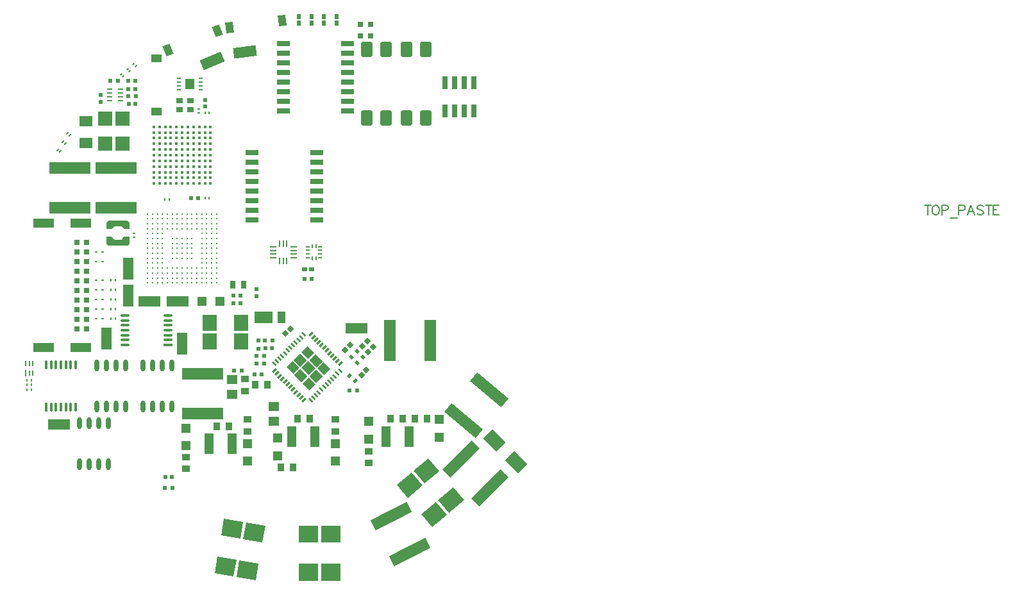
<source format=gtp>
G04*
G04 #@! TF.GenerationSoftware,Altium Limited,Altium Designer,24.1.2 (44)*
G04*
G04 Layer_Color=8421504*
%FSLAX44Y44*%
%MOMM*%
G71*
G04*
G04 #@! TF.SameCoordinates,3E41DE66-C22E-4A43-A9AF-2340ABB4EF3F*
G04*
G04*
G04 #@! TF.FilePolarity,Positive*
G04*
G01*
G75*
%ADD20C,0.1778*%
G04:AMPARAMS|DCode=21|XSize=1.11mm|YSize=1.25mm|CornerRadius=0mm|HoleSize=0mm|Usage=FLASHONLY|Rotation=45.000|XOffset=0mm|YOffset=0mm|HoleType=Round|Shape=Rectangle|*
%AMROTATEDRECTD21*
4,1,4,0.0495,-0.8344,-0.8344,0.0495,-0.0495,0.8344,0.8344,-0.0495,0.0495,-0.8344,0.0*
%
%ADD21ROTATEDRECTD21*%

G04:AMPARAMS|DCode=22|XSize=1.28mm|YSize=1.25mm|CornerRadius=0mm|HoleSize=0mm|Usage=FLASHONLY|Rotation=45.000|XOffset=0mm|YOffset=0mm|HoleType=Round|Shape=Rectangle|*
%AMROTATEDRECTD22*
4,1,4,-0.0106,-0.8945,-0.8945,-0.0106,0.0106,0.8945,0.8945,0.0106,-0.0106,-0.8945,0.0*
%
%ADD22ROTATEDRECTD22*%

G04:AMPARAMS|DCode=23|XSize=1.28mm|YSize=1.372mm|CornerRadius=0mm|HoleSize=0mm|Usage=FLASHONLY|Rotation=45.000|XOffset=0mm|YOffset=0mm|HoleType=Round|Shape=Rectangle|*
%AMROTATEDRECTD23*
4,1,4,0.0325,-0.9376,-0.9376,0.0325,-0.0325,0.9376,0.9376,-0.0325,0.0325,-0.9376,0.0*
%
%ADD23ROTATEDRECTD23*%

G04:AMPARAMS|DCode=24|XSize=1.11mm|YSize=1.372mm|CornerRadius=0mm|HoleSize=0mm|Usage=FLASHONLY|Rotation=45.000|XOffset=0mm|YOffset=0mm|HoleType=Round|Shape=Rectangle|*
%AMROTATEDRECTD24*
4,1,4,0.0926,-0.8775,-0.8775,0.0926,-0.0926,0.8775,0.8775,-0.0926,0.0926,-0.8775,0.0*
%
%ADD24ROTATEDRECTD24*%

%ADD25R,0.9000X0.8000*%
G04:AMPARAMS|DCode=26|XSize=0.6mm|YSize=0.24mm|CornerRadius=0mm|HoleSize=0mm|Usage=FLASHONLY|Rotation=225.000|XOffset=0mm|YOffset=0mm|HoleType=Round|Shape=Rectangle|*
%AMROTATEDRECTD26*
4,1,4,0.1273,0.2970,0.2970,0.1273,-0.1273,-0.2970,-0.2970,-0.1273,0.1273,0.2970,0.0*
%
%ADD26ROTATEDRECTD26*%

G04:AMPARAMS|DCode=27|XSize=0.6mm|YSize=0.24mm|CornerRadius=0mm|HoleSize=0mm|Usage=FLASHONLY|Rotation=315.000|XOffset=0mm|YOffset=0mm|HoleType=Round|Shape=Rectangle|*
%AMROTATEDRECTD27*
4,1,4,-0.2970,0.1273,-0.1273,0.2970,0.2970,-0.1273,0.1273,-0.2970,-0.2970,0.1273,0.0*
%
%ADD27ROTATEDRECTD27*%

%ADD28R,3.0000X1.4000*%
%ADD29R,1.4000X1.0000*%
%ADD30R,0.7620X0.2794*%
G04:AMPARAMS|DCode=31|XSize=2.5mm|YSize=1.7mm|CornerRadius=0mm|HoleSize=0mm|Usage=FLASHONLY|Rotation=315.000|XOffset=0mm|YOffset=0mm|HoleType=Round|Shape=Rectangle|*
%AMROTATEDRECTD31*
4,1,4,-1.4849,0.2828,-0.2828,1.4849,1.4849,-0.2828,0.2828,-1.4849,-1.4849,0.2828,0.0*
%
%ADD31ROTATEDRECTD31*%

%ADD32R,0.7400X1.6750*%
%ADD33R,1.1500X1.1500*%
%ADD34R,1.6700X0.7600*%
%ADD35R,1.0500X1.5000*%
%ADD36R,2.4000X1.5000*%
G04:AMPARAMS|DCode=37|XSize=2mm|YSize=1.5mm|CornerRadius=0.2625mm|HoleSize=0mm|Usage=FLASHONLY|Rotation=90.000|XOffset=0mm|YOffset=0mm|HoleType=Round|Shape=RoundedRectangle|*
%AMROUNDEDRECTD37*
21,1,2.0000,0.9750,0,0,90.0*
21,1,1.4750,1.5000,0,0,90.0*
1,1,0.5250,0.4875,0.7375*
1,1,0.5250,0.4875,-0.7375*
1,1,0.5250,-0.4875,-0.7375*
1,1,0.5250,-0.4875,0.7375*
%
%ADD37ROUNDEDRECTD37*%
%ADD38R,0.8000X0.8000*%
%ADD39R,0.5588X0.6000*%
%ADD40R,0.6750X0.5080*%
%ADD41R,0.5000X0.7000*%
G04:AMPARAMS|DCode=42|XSize=0.2mm|YSize=0.35mm|CornerRadius=0mm|HoleSize=0mm|Usage=FLASHONLY|Rotation=330.000|XOffset=0mm|YOffset=0mm|HoleType=Round|Shape=Rectangle|*
%AMROTATEDRECTD42*
4,1,4,-0.1741,-0.1016,0.0009,0.2016,0.1741,0.1016,-0.0009,-0.2016,-0.1741,-0.1016,0.0*
%
%ADD42ROTATEDRECTD42*%

%ADD43R,0.5000X0.5000*%
%ADD44R,0.8000X0.8000*%
%ADD45R,2.7000X1.2000*%
%ADD46R,1.5000X5.4000*%
%ADD47R,0.9500X1.0000*%
%ADD48C,0.3000*%
%ADD49C,0.3818*%
%ADD50R,1.2500X1.3500*%
%ADD51R,0.6100X0.2700*%
%ADD52R,0.2794X0.7620*%
%ADD53R,0.2794X0.8636*%
%ADD54R,1.2500X0.3500*%
%ADD55O,1.2500X0.3500*%
%ADD56R,0.8636X0.2794*%
%ADD57R,0.2794X0.4826*%
%ADD58R,0.4826X0.2794*%
%ADD59R,0.3200X0.2600*%
%ADD60R,0.6200X0.6200*%
%ADD61R,0.2600X0.3200*%
%ADD62R,0.6200X0.6200*%
%ADD63R,5.4000X1.5000*%
%ADD64R,1.7780X1.3970*%
%ADD65R,0.2500X0.3000*%
%ADD66R,0.5000X0.4750*%
%ADD67O,0.3500X1.2500*%
%ADD68R,0.3500X1.2500*%
G04:AMPARAMS|DCode=69|XSize=3mm|YSize=1.4mm|CornerRadius=0mm|HoleSize=0mm|Usage=FLASHONLY|Rotation=187.503|XOffset=0mm|YOffset=0mm|HoleType=Round|Shape=Rectangle|*
%AMROTATEDRECTD69*
4,1,4,1.3958,0.8899,1.5786,-0.4981,-1.3958,-0.8899,-1.5786,0.4981,1.3958,0.8899,0.0*
%
%ADD69ROTATEDRECTD69*%

G04:AMPARAMS|DCode=70|XSize=3mm|YSize=1.4mm|CornerRadius=0mm|HoleSize=0mm|Usage=FLASHONLY|Rotation=203.138|XOffset=0mm|YOffset=0mm|HoleType=Round|Shape=Rectangle|*
%AMROTATEDRECTD70*
4,1,4,1.1043,1.2331,1.6544,-0.0543,-1.1043,-1.2331,-1.6544,0.0543,1.1043,1.2331,0.0*
%
%ADD70ROTATEDRECTD70*%

%ADD71R,0.3600X0.2500*%
%ADD72R,1.0000X0.9500*%
G04:AMPARAMS|DCode=73|XSize=5.4mm|YSize=1.5mm|CornerRadius=0mm|HoleSize=0mm|Usage=FLASHONLY|Rotation=45.000|XOffset=0mm|YOffset=0mm|HoleType=Round|Shape=Rectangle|*
%AMROTATEDRECTD73*
4,1,4,-1.3789,-2.4395,-2.4395,-1.3789,1.3789,2.4395,2.4395,1.3789,-1.3789,-2.4395,0.0*
%
%ADD73ROTATEDRECTD73*%

%ADD74R,1.4500X1.1500*%
G04:AMPARAMS|DCode=75|XSize=5.4mm|YSize=1.5mm|CornerRadius=0mm|HoleSize=0mm|Usage=FLASHONLY|Rotation=27.000|XOffset=0mm|YOffset=0mm|HoleType=Round|Shape=Rectangle|*
%AMROTATEDRECTD75*
4,1,4,-2.0652,-1.8940,-2.7462,-0.5575,2.0652,1.8940,2.7462,0.5575,-2.0652,-1.8940,0.0*
%
%ADD75ROTATEDRECTD75*%

G04:AMPARAMS|DCode=76|XSize=5.4mm|YSize=1.5mm|CornerRadius=0mm|HoleSize=0mm|Usage=FLASHONLY|Rotation=140.000|XOffset=0mm|YOffset=0mm|HoleType=Round|Shape=Rectangle|*
%AMROTATEDRECTD76*
4,1,4,2.5504,-1.1610,1.5862,-2.3101,-2.5504,1.1610,-1.5862,2.3101,2.5504,-1.1610,0.0*
%
%ADD76ROTATEDRECTD76*%

%ADD77P,0.8768X4X360.0*%
%ADD78R,1.1500X2.7000*%
%ADD79R,0.7700X0.9800*%
G04:AMPARAMS|DCode=80|XSize=0.2mm|YSize=0.35mm|CornerRadius=0mm|HoleSize=0mm|Usage=FLASHONLY|Rotation=315.000|XOffset=0mm|YOffset=0mm|HoleType=Round|Shape=Rectangle|*
%AMROTATEDRECTD80*
4,1,4,-0.1945,-0.0530,0.0530,0.1945,0.1945,0.0530,-0.0530,-0.1945,-0.1945,-0.0530,0.0*
%
%ADD80ROTATEDRECTD80*%

G04:AMPARAMS|DCode=81|XSize=0.5mm|YSize=0.475mm|CornerRadius=0mm|HoleSize=0mm|Usage=FLASHONLY|Rotation=225.000|XOffset=0mm|YOffset=0mm|HoleType=Round|Shape=Rectangle|*
%AMROTATEDRECTD81*
4,1,4,0.0088,0.3447,0.3447,0.0088,-0.0088,-0.3447,-0.3447,-0.0088,0.0088,0.3447,0.0*
%
%ADD81ROTATEDRECTD81*%

G04:AMPARAMS|DCode=82|XSize=0.5mm|YSize=0.475mm|CornerRadius=0mm|HoleSize=0mm|Usage=FLASHONLY|Rotation=315.000|XOffset=0mm|YOffset=0mm|HoleType=Round|Shape=Rectangle|*
%AMROTATEDRECTD82*
4,1,4,-0.3447,0.0088,-0.0088,0.3447,0.3447,-0.0088,0.0088,-0.3447,-0.3447,0.0088,0.0*
%
%ADD82ROTATEDRECTD82*%

%ADD83R,0.4750X0.5000*%
%ADD84R,1.1500X1.1500*%
%ADD85R,1.4000X3.0000*%
%ADD86O,0.6000X1.5500*%
G04:AMPARAMS|DCode=87|XSize=1mm|YSize=1.4mm|CornerRadius=0mm|HoleSize=0mm|Usage=FLASHONLY|Rotation=201.507|XOffset=0mm|YOffset=0mm|HoleType=Round|Shape=Rectangle|*
%AMROTATEDRECTD87*
4,1,4,0.2086,0.8346,0.7218,-0.4680,-0.2086,-0.8346,-0.7218,0.4680,0.2086,0.8346,0.0*
%
%ADD87ROTATEDRECTD87*%

G04:AMPARAMS|DCode=88|XSize=1mm|YSize=1.4mm|CornerRadius=0mm|HoleSize=0mm|Usage=FLASHONLY|Rotation=187.055|XOffset=0mm|YOffset=0mm|HoleType=Round|Shape=Rectangle|*
%AMROTATEDRECTD88*
4,1,4,0.4102,0.7561,0.5822,-0.6333,-0.4102,-0.7561,-0.5822,0.6333,0.4102,0.7561,0.0*
%
%ADD88ROTATEDRECTD88*%

G36*
X-216992Y225392D02*
X-235587D01*
Y243943D01*
X-216992D01*
Y225392D01*
D02*
G37*
G36*
X-239397D02*
X-257992D01*
Y243943D01*
X-239397D01*
Y225392D01*
D02*
G37*
G36*
X-216992Y192942D02*
X-235587D01*
Y211493D01*
X-216992D01*
Y192942D01*
D02*
G37*
G36*
X-239397D02*
X-257992D01*
Y211493D01*
X-239397D01*
Y192942D01*
D02*
G37*
G36*
X-217179Y97751D02*
X-217179Y88901D01*
X-224179D01*
X-227329Y92701D01*
X-237529D01*
X-240679Y88901D01*
X-247679D01*
Y97751D01*
X-245129Y100301D01*
X-219729D01*
X-217179Y97751D01*
D02*
G37*
G36*
X-217179Y69851D02*
X-219729Y67301D01*
X-245129D01*
X-247679Y69851D01*
X-247679Y78701D01*
X-240679D01*
X-237529Y74901D01*
X-227329D01*
X-224109Y78701D01*
X-217179D01*
Y69851D01*
D02*
G37*
G36*
X-60128Y-45085D02*
X-78670D01*
Y-24384D01*
X-60128D01*
Y-45085D01*
D02*
G37*
G36*
X-101670D02*
X-120212D01*
Y-24384D01*
X-101670D01*
Y-45085D01*
D02*
G37*
G36*
X-60128Y-69596D02*
X-78670D01*
Y-48895D01*
X-60128D01*
Y-69596D01*
D02*
G37*
G36*
X-101670D02*
X-120212D01*
Y-48895D01*
X-101670D01*
Y-69596D01*
D02*
G37*
G36*
X192443Y-230630D02*
X172791Y-247120D01*
X158444Y-230022D01*
X178097Y-213532D01*
X192443Y-230630D01*
D02*
G37*
G36*
X169882Y-249580D02*
X150230Y-266070D01*
X135865Y-248951D01*
X155517Y-232461D01*
X169882Y-249580D01*
D02*
G37*
G36*
X224798Y-269189D02*
X205146Y-285679D01*
X190799Y-268581D01*
X210451Y-252091D01*
X224798Y-269189D01*
D02*
G37*
G36*
X202247Y-288149D02*
X182595Y-304639D01*
X168231Y-287520D01*
X187883Y-271030D01*
X202247Y-288149D01*
D02*
G37*
G36*
X-66684Y-297885D02*
X-70565Y-319892D01*
X-95829Y-315437D01*
X-91949Y-293430D01*
X-66684Y-297885D01*
D02*
G37*
G36*
X-37670Y-303014D02*
X-41546Y-324994D01*
X-66810Y-320540D01*
X-62935Y-298559D01*
X-37670Y-303014D01*
D02*
G37*
G36*
X61849Y-325076D02*
X36195D01*
Y-302756D01*
X61849D01*
Y-325076D01*
D02*
G37*
G36*
X32385Y-325090D02*
X6731D01*
Y-302743D01*
X32385D01*
Y-325090D01*
D02*
G37*
G36*
X-75426Y-347470D02*
X-79306Y-369477D01*
X-104571Y-365022D01*
X-100690Y-343015D01*
X-75426Y-347470D01*
D02*
G37*
G36*
X-46411Y-352584D02*
X-50287Y-374565D01*
X-75551Y-370110D01*
X-71676Y-348129D01*
X-46411Y-352584D01*
D02*
G37*
G36*
X61849Y-375411D02*
X36195D01*
Y-353091D01*
X61849D01*
Y-375411D01*
D02*
G37*
G36*
X32387Y-375440D02*
X6733D01*
Y-353093D01*
X32387D01*
Y-375440D01*
D02*
G37*
D20*
X837202Y120647D02*
Y107950D01*
X832970Y120647D02*
X841435D01*
X846574D02*
X845365Y120043D01*
X844156Y118833D01*
X843551Y117624D01*
X842946Y115810D01*
Y112787D01*
X843551Y110973D01*
X844156Y109764D01*
X845365Y108555D01*
X846574Y107950D01*
X848993D01*
X850202Y108555D01*
X851411Y109764D01*
X852016Y110973D01*
X852620Y112787D01*
Y115810D01*
X852016Y117624D01*
X851411Y118833D01*
X850202Y120043D01*
X848993Y120647D01*
X846574D01*
X855583Y113996D02*
X861025D01*
X862839Y114601D01*
X863444Y115206D01*
X864048Y116415D01*
Y118229D01*
X863444Y119438D01*
X862839Y120043D01*
X861025Y120647D01*
X855583D01*
Y107950D01*
X866890Y103718D02*
X876564D01*
X878196Y113996D02*
X883638D01*
X885452Y114601D01*
X886057Y115206D01*
X886661Y116415D01*
Y118229D01*
X886057Y119438D01*
X885452Y120043D01*
X883638Y120647D01*
X878196D01*
Y107950D01*
X899177D02*
X894340Y120647D01*
X889503Y107950D01*
X891317Y112182D02*
X897363D01*
X910605Y118833D02*
X909396Y120043D01*
X907582Y120647D01*
X905163D01*
X903349Y120043D01*
X902140Y118833D01*
Y117624D01*
X902745Y116415D01*
X903349Y115810D01*
X904558Y115206D01*
X908186Y113996D01*
X909396Y113392D01*
X910000Y112787D01*
X910605Y111578D01*
Y109764D01*
X909396Y108555D01*
X907582Y107950D01*
X905163D01*
X903349Y108555D01*
X902140Y109764D01*
X917679Y120647D02*
Y107950D01*
X913447Y120647D02*
X921911D01*
X931283D02*
X923423D01*
Y107950D01*
X931283D01*
X923423Y114601D02*
X928260D01*
D21*
X-1257Y-93904D02*
D03*
X18471Y-74176D02*
D03*
X20111Y-115273D02*
D03*
X39840Y-95544D02*
D03*
D22*
X8602Y-84045D02*
D03*
X29971Y-105414D02*
D03*
D23*
X19286Y-94719D02*
D03*
D24*
X9427Y-104588D02*
D03*
X29155Y-84860D02*
D03*
D25*
X-151010Y258730D02*
D03*
Y246730D02*
D03*
X-136010Y258730D02*
D03*
Y246730D02*
D03*
D26*
X-25525Y-97991D02*
D03*
X-21990Y-101526D02*
D03*
X-18454Y-105062D02*
D03*
X-14919Y-108597D02*
D03*
X-11383Y-112133D02*
D03*
X-7847Y-115668D02*
D03*
X-4312Y-119204D02*
D03*
X-777Y-122739D02*
D03*
X2759Y-126275D02*
D03*
X6295Y-129810D02*
D03*
X9830Y-133346D02*
D03*
X13366Y-136882D02*
D03*
X61449Y-88798D02*
D03*
X57913Y-85263D02*
D03*
X54378Y-81727D02*
D03*
X50842Y-78192D02*
D03*
X47307Y-74656D02*
D03*
X43771Y-71121D02*
D03*
X40236Y-67585D02*
D03*
X36700Y-64050D02*
D03*
X33165Y-60514D02*
D03*
X29629Y-56979D02*
D03*
X26094Y-53443D02*
D03*
X22558Y-49907D02*
D03*
D27*
X22558Y-136882D02*
D03*
X26094Y-133346D02*
D03*
X29629Y-129810D02*
D03*
X33165Y-126275D02*
D03*
X36700Y-122739D02*
D03*
X40236Y-119204D02*
D03*
X43771Y-115668D02*
D03*
X47307Y-112133D02*
D03*
X50842Y-108597D02*
D03*
X54378Y-105062D02*
D03*
X57913Y-101526D02*
D03*
X61449Y-97991D02*
D03*
X13366Y-49907D02*
D03*
X9830Y-53443D02*
D03*
X6295Y-56979D02*
D03*
X2759Y-60514D02*
D03*
X-777Y-64050D02*
D03*
X-4312Y-67585D02*
D03*
X-7847Y-71121D02*
D03*
X-11383Y-74656D02*
D03*
X-14919Y-78192D02*
D03*
X-18454Y-81727D02*
D03*
X-21990Y-85263D02*
D03*
X-25525Y-88798D02*
D03*
D28*
X82550Y-41910D02*
D03*
X-309880Y-168910D02*
D03*
X-153670Y-6350D02*
D03*
X-190754D02*
D03*
D29*
X-181610Y244400D02*
D03*
Y314400D02*
D03*
D30*
X-243149Y273907D02*
D03*
Y268907D02*
D03*
Y263906D02*
D03*
Y258906D02*
D03*
X-228529D02*
D03*
Y263906D02*
D03*
Y268907D02*
D03*
Y273907D02*
D03*
D31*
X293542Y-218612D02*
D03*
X265258Y-190328D02*
D03*
D32*
X237738Y245326D02*
D03*
Y282176D02*
D03*
X225038Y245326D02*
D03*
Y282176D02*
D03*
X212338Y245326D02*
D03*
Y282176D02*
D03*
X199638Y245326D02*
D03*
Y282176D02*
D03*
D33*
X-60961Y-217490D02*
D03*
Y-193990D02*
D03*
X99061Y-164780D02*
D03*
Y-188280D02*
D03*
X-21589Y-186878D02*
D03*
Y-210378D02*
D03*
X-142239Y-197170D02*
D03*
Y-173670D02*
D03*
X191769Y-162240D02*
D03*
Y-185740D02*
D03*
X54609Y-217490D02*
D03*
Y-193990D02*
D03*
D34*
X71297Y245212D02*
D03*
Y257912D02*
D03*
Y270612D02*
D03*
Y283312D02*
D03*
Y296012D02*
D03*
Y308712D02*
D03*
Y321412D02*
D03*
Y334112D02*
D03*
X-14003Y245212D02*
D03*
Y257912D02*
D03*
Y270612D02*
D03*
Y283312D02*
D03*
Y296012D02*
D03*
Y308712D02*
D03*
Y321412D02*
D03*
Y334112D02*
D03*
X30363Y101376D02*
D03*
Y114076D02*
D03*
Y126776D02*
D03*
Y139476D02*
D03*
Y152176D02*
D03*
Y164876D02*
D03*
Y177576D02*
D03*
Y190276D02*
D03*
X-54938Y101376D02*
D03*
Y114076D02*
D03*
Y126776D02*
D03*
Y139476D02*
D03*
Y152176D02*
D03*
Y164876D02*
D03*
Y177576D02*
D03*
Y190276D02*
D03*
D35*
X-16502Y-27940D02*
D03*
D36*
X-40252D02*
D03*
D37*
X148589Y325971D02*
D03*
X173989Y325971D02*
D03*
X173989Y235371D02*
D03*
X148589Y235371D02*
D03*
X96519Y325971D02*
D03*
X121919D02*
D03*
X121919Y235371D02*
D03*
X96519D02*
D03*
D38*
X87630Y344290D02*
D03*
Y359290D02*
D03*
X101600Y344290D02*
D03*
Y359290D02*
D03*
D39*
X14224Y22860D02*
D03*
X23876D02*
D03*
D40*
X14425Y35560D02*
D03*
X23675D02*
D03*
D41*
X56406Y369753D02*
D03*
Y360753D02*
D03*
X7120Y369753D02*
D03*
Y360753D02*
D03*
X23548Y369753D02*
D03*
Y360753D02*
D03*
X39977Y369753D02*
D03*
Y360753D02*
D03*
D42*
X-301687Y202313D02*
D03*
X-305151Y204313D02*
D03*
X-307927Y191505D02*
D03*
X-311391Y193505D02*
D03*
X-295447Y213121D02*
D03*
X-298911Y215121D02*
D03*
D43*
X-232429Y96501D02*
D03*
Y71101D02*
D03*
D44*
X-286033Y71902D02*
D03*
X-273333D02*
D03*
X-286033Y59202D02*
D03*
X-273333Y59202D02*
D03*
X-286033Y46502D02*
D03*
X-273333D02*
D03*
X-286033Y33802D02*
D03*
X-273333D02*
D03*
X-286033Y21102D02*
D03*
X-273333Y21102D02*
D03*
X-286033Y8402D02*
D03*
X-273333D02*
D03*
X-286033Y-4298D02*
D03*
X-273333D02*
D03*
X-286033Y-16998D02*
D03*
X-273333Y-16998D02*
D03*
X-286033Y-29698D02*
D03*
X-273333D02*
D03*
X-286033Y-42398D02*
D03*
X-273333D02*
D03*
D45*
X-330533Y96852D02*
D03*
X-281532D02*
D03*
X-330533Y-67348D02*
D03*
X-281532D02*
D03*
D46*
X180169Y-58422D02*
D03*
X127169D02*
D03*
D47*
X-101470Y-171451D02*
D03*
X-85470D02*
D03*
X-16891Y-225805D02*
D03*
X-891D02*
D03*
X175642Y-161291D02*
D03*
X159642D02*
D03*
X-35180Y-116840D02*
D03*
X-51180D02*
D03*
X143892Y-161291D02*
D03*
X127892D02*
D03*
X20702D02*
D03*
X4702D02*
D03*
D48*
X-192821Y108999D02*
D03*
X-186321D02*
D03*
X-179821D02*
D03*
X-173321D02*
D03*
X-166821D02*
D03*
X-160321D02*
D03*
X-153821D02*
D03*
X-147321D02*
D03*
X-140821D02*
D03*
X-134321D02*
D03*
X-127821D02*
D03*
X-121321D02*
D03*
X-114821D02*
D03*
X-108321D02*
D03*
X-101821D02*
D03*
X-192821Y102499D02*
D03*
X-186321D02*
D03*
X-179821D02*
D03*
X-173321D02*
D03*
X-166821D02*
D03*
X-160321D02*
D03*
X-153821D02*
D03*
X-147321D02*
D03*
X-140821D02*
D03*
X-134321D02*
D03*
X-127821D02*
D03*
X-121321D02*
D03*
X-114821D02*
D03*
X-108321D02*
D03*
X-101821D02*
D03*
X-192821Y95999D02*
D03*
X-186321D02*
D03*
X-179821D02*
D03*
X-173321D02*
D03*
X-166821D02*
D03*
X-160321D02*
D03*
X-153821D02*
D03*
X-147321D02*
D03*
X-140821D02*
D03*
X-134321D02*
D03*
X-127821D02*
D03*
X-121321D02*
D03*
X-114821D02*
D03*
X-108321D02*
D03*
X-101821D02*
D03*
X-192821Y89499D02*
D03*
X-186321D02*
D03*
X-179821D02*
D03*
X-173321D02*
D03*
X-166821D02*
D03*
X-160321D02*
D03*
X-153821D02*
D03*
X-147321D02*
D03*
X-140821D02*
D03*
X-134321D02*
D03*
X-127821D02*
D03*
X-121321D02*
D03*
X-114821D02*
D03*
X-108321D02*
D03*
X-101821D02*
D03*
X-192821Y82999D02*
D03*
X-186321D02*
D03*
X-179821D02*
D03*
X-173321D02*
D03*
X-121321D02*
D03*
X-114821D02*
D03*
X-108321D02*
D03*
X-101821D02*
D03*
X-192821Y76499D02*
D03*
X-186321D02*
D03*
X-179821D02*
D03*
X-173321D02*
D03*
X-160321D02*
D03*
X-153821D02*
D03*
X-147321D02*
D03*
X-140821D02*
D03*
X-134321D02*
D03*
X-121321D02*
D03*
X-114821D02*
D03*
X-108321D02*
D03*
X-101821D02*
D03*
X-192821Y69999D02*
D03*
X-186321D02*
D03*
X-179821D02*
D03*
X-173321D02*
D03*
X-160321D02*
D03*
X-153821D02*
D03*
X-147321D02*
D03*
X-140821D02*
D03*
X-134321D02*
D03*
X-121321D02*
D03*
X-114821D02*
D03*
X-108321D02*
D03*
X-101821D02*
D03*
X-192821Y63499D02*
D03*
X-186321D02*
D03*
X-179821D02*
D03*
X-173321D02*
D03*
X-160321D02*
D03*
X-153821D02*
D03*
X-147321D02*
D03*
X-140821D02*
D03*
X-134321D02*
D03*
X-121321D02*
D03*
X-114821D02*
D03*
X-108321D02*
D03*
X-101821D02*
D03*
X-192821Y56999D02*
D03*
X-186321D02*
D03*
X-179821D02*
D03*
X-173321D02*
D03*
X-160321D02*
D03*
X-153821D02*
D03*
X-147321D02*
D03*
X-140821D02*
D03*
X-134321D02*
D03*
X-121321D02*
D03*
X-114821D02*
D03*
X-108321D02*
D03*
X-101821D02*
D03*
X-192821Y50499D02*
D03*
X-186321D02*
D03*
X-179821D02*
D03*
X-173321D02*
D03*
X-160321D02*
D03*
X-153821D02*
D03*
X-147321D02*
D03*
X-140821D02*
D03*
X-134321D02*
D03*
X-121321D02*
D03*
X-114821D02*
D03*
X-108321D02*
D03*
X-101821D02*
D03*
X-192821Y43999D02*
D03*
X-186321D02*
D03*
X-179821D02*
D03*
X-173321D02*
D03*
X-121321D02*
D03*
X-114821D02*
D03*
X-108321D02*
D03*
X-101821D02*
D03*
X-192821Y37499D02*
D03*
X-186321D02*
D03*
X-179821D02*
D03*
X-173321D02*
D03*
X-166821D02*
D03*
X-160321D02*
D03*
X-153821D02*
D03*
X-147321D02*
D03*
X-140821D02*
D03*
X-134321D02*
D03*
X-127821D02*
D03*
X-121321D02*
D03*
X-114821D02*
D03*
X-108321D02*
D03*
X-101821D02*
D03*
X-192821Y30999D02*
D03*
X-186321D02*
D03*
X-179821D02*
D03*
X-173321D02*
D03*
X-166821D02*
D03*
X-160321D02*
D03*
X-153821D02*
D03*
X-147321D02*
D03*
X-140821D02*
D03*
X-134321D02*
D03*
X-127821D02*
D03*
X-121321D02*
D03*
X-114821D02*
D03*
X-108321D02*
D03*
X-101821D02*
D03*
X-192821Y24499D02*
D03*
X-186321D02*
D03*
X-179821D02*
D03*
X-173321D02*
D03*
X-166821D02*
D03*
X-160321D02*
D03*
X-153821D02*
D03*
X-147321D02*
D03*
X-140821D02*
D03*
X-134321D02*
D03*
X-127821D02*
D03*
X-121321D02*
D03*
X-114821D02*
D03*
X-108321D02*
D03*
X-101821D02*
D03*
X-192821Y17999D02*
D03*
X-186321D02*
D03*
X-179821D02*
D03*
X-173321D02*
D03*
X-166821D02*
D03*
X-160321D02*
D03*
X-153821D02*
D03*
X-147321D02*
D03*
X-140821D02*
D03*
X-134321D02*
D03*
X-127821D02*
D03*
X-121321D02*
D03*
X-114821D02*
D03*
X-108321D02*
D03*
X-101821D02*
D03*
D49*
X-184819Y224190D02*
D03*
X-177319D02*
D03*
X-169819D02*
D03*
X-162319D02*
D03*
X-154819D02*
D03*
X-147319D02*
D03*
X-139819D02*
D03*
X-132319D02*
D03*
X-124819D02*
D03*
X-117319D02*
D03*
X-109819D02*
D03*
X-184819Y216690D02*
D03*
X-177319D02*
D03*
X-169819D02*
D03*
X-162319D02*
D03*
X-154819D02*
D03*
X-147319D02*
D03*
X-139819D02*
D03*
X-132319D02*
D03*
X-124819D02*
D03*
X-117319D02*
D03*
X-109819D02*
D03*
X-184819Y209190D02*
D03*
X-177319D02*
D03*
X-169819D02*
D03*
X-162319D02*
D03*
X-154819D02*
D03*
X-147319D02*
D03*
X-139819D02*
D03*
X-132319D02*
D03*
X-124819D02*
D03*
X-117319D02*
D03*
X-109819D02*
D03*
X-184819Y201690D02*
D03*
X-177319Y201690D02*
D03*
X-169819D02*
D03*
X-162319D02*
D03*
X-154819D02*
D03*
X-147319Y201690D02*
D03*
X-139819Y201690D02*
D03*
X-132319D02*
D03*
X-124819D02*
D03*
X-117319D02*
D03*
X-109819Y201690D02*
D03*
X-184819Y194190D02*
D03*
X-177319D02*
D03*
X-169819D02*
D03*
X-162319D02*
D03*
X-154819D02*
D03*
X-147319D02*
D03*
X-139819D02*
D03*
X-132319D02*
D03*
X-124819D02*
D03*
X-117319D02*
D03*
X-109819D02*
D03*
X-184819Y186690D02*
D03*
X-177319D02*
D03*
X-169819D02*
D03*
X-162319D02*
D03*
X-154819D02*
D03*
X-147319D02*
D03*
X-139819D02*
D03*
X-132319D02*
D03*
X-124819D02*
D03*
X-117319D02*
D03*
X-109819D02*
D03*
X-184819Y179190D02*
D03*
X-177319D02*
D03*
X-169819D02*
D03*
X-162319D02*
D03*
X-154819D02*
D03*
X-147319D02*
D03*
X-139819D02*
D03*
X-132319D02*
D03*
X-124819D02*
D03*
X-117319D02*
D03*
X-109819D02*
D03*
X-184819Y171690D02*
D03*
X-177319Y171690D02*
D03*
X-169819D02*
D03*
X-162319D02*
D03*
X-154819D02*
D03*
X-147319Y171690D02*
D03*
X-139819Y171690D02*
D03*
X-132319D02*
D03*
X-124819D02*
D03*
X-117319D02*
D03*
X-109819Y171690D02*
D03*
X-184819Y164190D02*
D03*
X-177319D02*
D03*
X-169819D02*
D03*
X-162319D02*
D03*
X-154819D02*
D03*
X-147319D02*
D03*
X-139819D02*
D03*
X-132319D02*
D03*
X-124819D02*
D03*
X-117319D02*
D03*
X-109819D02*
D03*
X-184819Y156690D02*
D03*
X-177319D02*
D03*
X-169819D02*
D03*
X-162319D02*
D03*
X-154819D02*
D03*
X-147319D02*
D03*
X-139819D02*
D03*
X-132319D02*
D03*
X-124819D02*
D03*
X-117319D02*
D03*
X-109819D02*
D03*
X-184819Y149190D02*
D03*
X-177319D02*
D03*
X-169819D02*
D03*
X-162319D02*
D03*
X-154819D02*
D03*
X-147319D02*
D03*
X-139819D02*
D03*
X-132319D02*
D03*
X-124819D02*
D03*
X-117319D02*
D03*
X-109819D02*
D03*
D50*
X-137161Y280670D02*
D03*
D51*
X-151661Y273170D02*
D03*
Y278170D02*
D03*
Y283170D02*
D03*
Y288170D02*
D03*
X-122661D02*
D03*
Y283170D02*
D03*
Y278170D02*
D03*
Y273170D02*
D03*
D52*
X-344249Y-88940D02*
D03*
Y-101560D02*
D03*
X-349249Y-88940D02*
D03*
Y-101560D02*
D03*
X-354249Y-88940D02*
D03*
D53*
Y-101052D02*
D03*
X-8970Y69487D02*
D03*
X-13970D02*
D03*
X-18970D02*
D03*
Y47351D02*
D03*
X-13970D02*
D03*
X-8970D02*
D03*
D54*
X-166060Y-63950D02*
D03*
D55*
Y-57450D02*
D03*
Y-50950D02*
D03*
Y-44450D02*
D03*
Y-37950D02*
D03*
Y-31450D02*
D03*
Y-24950D02*
D03*
X-222560Y-63950D02*
D03*
Y-57450D02*
D03*
Y-50950D02*
D03*
Y-44450D02*
D03*
Y-37950D02*
D03*
Y-31450D02*
D03*
Y-24950D02*
D03*
D56*
X-402Y50919D02*
D03*
Y55919D02*
D03*
Y60919D02*
D03*
Y65919D02*
D03*
X-27538D02*
D03*
Y60919D02*
D03*
Y55919D02*
D03*
Y50919D02*
D03*
D57*
X29171Y50257D02*
D03*
X24171D02*
D03*
Y66583D02*
D03*
X29171D02*
D03*
D58*
X18508Y50920D02*
D03*
Y55920D02*
D03*
Y60920D02*
D03*
Y65920D02*
D03*
X34834D02*
D03*
Y60920D02*
D03*
Y55920D02*
D03*
Y50920D02*
D03*
D59*
X-125731Y247810D02*
D03*
Y242410D02*
D03*
X-210821Y83726D02*
D03*
Y78326D02*
D03*
D60*
X-126309Y129541D02*
D03*
X-135309D02*
D03*
X-51491Y-102870D02*
D03*
X-42491D02*
D03*
X-28521Y-67818D02*
D03*
X-37521D02*
D03*
X-79429Y-8890D02*
D03*
X-70429D02*
D03*
X-79429Y1270D02*
D03*
X-70429D02*
D03*
X-208861Y253999D02*
D03*
X-217861D02*
D03*
X-169599Y-238760D02*
D03*
X-160599D02*
D03*
D61*
X-117000Y129539D02*
D03*
X-111600D02*
D03*
X-111920Y242571D02*
D03*
X-117320D02*
D03*
X-351950Y-110490D02*
D03*
X-346550D02*
D03*
Y-123190D02*
D03*
X-351950D02*
D03*
D62*
X-116841Y259771D02*
D03*
Y250771D02*
D03*
X-255269Y257119D02*
D03*
Y266119D02*
D03*
X-49530Y9579D02*
D03*
Y579D02*
D03*
D63*
X-295907Y117009D02*
D03*
Y170009D02*
D03*
X-234947D02*
D03*
Y117009D02*
D03*
X-120142Y-154770D02*
D03*
Y-101770D02*
D03*
D64*
X-274320Y202565D02*
D03*
Y231775D02*
D03*
D65*
X-170640Y128270D02*
D03*
X-164640D02*
D03*
X-235760Y-29210D02*
D03*
X-241760D02*
D03*
X-235760Y-16510D02*
D03*
X-241760D02*
D03*
X-235760Y-3810D02*
D03*
X-241760Y-3810D02*
D03*
X-235760Y8890D02*
D03*
X-241760Y8890D02*
D03*
X-235760Y21590D02*
D03*
X-241760Y21590D02*
D03*
X-352250Y-116840D02*
D03*
X-346250D02*
D03*
D66*
X-209551Y274275D02*
D03*
Y284525D02*
D03*
X-46990Y-58376D02*
D03*
Y-68626D02*
D03*
X-218439Y284525D02*
D03*
Y274275D02*
D03*
D67*
X-287840Y-89860D02*
D03*
X-294340D02*
D03*
X-300840D02*
D03*
X-307340D02*
D03*
X-313840D02*
D03*
X-320340Y-89860D02*
D03*
X-326840Y-89860D02*
D03*
X-287840Y-146360D02*
D03*
X-294340D02*
D03*
X-300840D02*
D03*
X-307340D02*
D03*
X-313840D02*
D03*
X-320340D02*
D03*
D68*
X-326840D02*
D03*
D69*
X-64346Y322936D02*
D03*
D70*
X-107186Y310992D02*
D03*
D71*
X-252339Y58420D02*
D03*
X-260739D02*
D03*
X-252339Y45720D02*
D03*
X-260739D02*
D03*
X-252339Y-29210D02*
D03*
X-260739D02*
D03*
X-252339Y-16510D02*
D03*
X-260739D02*
D03*
X-252339Y-3810D02*
D03*
X-260739D02*
D03*
X-252339Y8890D02*
D03*
X-260739D02*
D03*
X-252339Y21590D02*
D03*
X-260739D02*
D03*
D72*
X99061Y-204088D02*
D03*
Y-220088D02*
D03*
X-142112Y-227709D02*
D03*
Y-211709D02*
D03*
X54609Y-178182D02*
D03*
Y-162182D02*
D03*
X-60961Y-178182D02*
D03*
Y-162182D02*
D03*
X-64770Y-124840D02*
D03*
Y-108840D02*
D03*
D73*
X221292Y-214942D02*
D03*
X258768Y-252418D02*
D03*
D74*
X-81280Y-129380D02*
D03*
Y-109380D02*
D03*
X-26670Y-164940D02*
D03*
Y-144940D02*
D03*
D75*
X128939Y-290078D02*
D03*
X153001Y-337302D02*
D03*
D76*
X224266Y-163810D02*
D03*
X258334Y-123210D02*
D03*
D77*
X-4439Y-42539D02*
D03*
X-10803Y-48903D02*
D03*
X90798Y-65410D02*
D03*
X97162Y-59046D02*
D03*
X98418Y-73030D02*
D03*
X104782Y-66666D02*
D03*
X89528Y-103510D02*
D03*
X95892Y-97146D02*
D03*
X74301Y-64129D02*
D03*
X67937Y-70493D02*
D03*
D78*
X152157Y-185422D02*
D03*
X122157D02*
D03*
X27698D02*
D03*
X-2303D02*
D03*
X-111523Y-194312D02*
D03*
X-81523D02*
D03*
D79*
X-66510Y15240D02*
D03*
X-80810D02*
D03*
D80*
X-225387Y290665D02*
D03*
X-228216Y293494D02*
D03*
X-216606Y297378D02*
D03*
X-219434Y300206D02*
D03*
X-208567Y304325D02*
D03*
X-211395Y307153D02*
D03*
D81*
X81093Y-111573D02*
D03*
X73845Y-104325D02*
D03*
D82*
X91255Y-80197D02*
D03*
X84007Y-87445D02*
D03*
X83635Y-72577D02*
D03*
X76387Y-79825D02*
D03*
D83*
X-38144Y-58420D02*
D03*
X-27894D02*
D03*
X-49574Y-78740D02*
D03*
X-39324D02*
D03*
X-78786Y-97790D02*
D03*
X-68536D02*
D03*
X-49576Y-88900D02*
D03*
X-39326D02*
D03*
X73616Y-124460D02*
D03*
X83866Y-124460D02*
D03*
X-232365Y284479D02*
D03*
X-242615D02*
D03*
X-218485Y264161D02*
D03*
X-208235D02*
D03*
X-170226Y-252730D02*
D03*
X-159976D02*
D03*
D84*
X-97470Y-6350D02*
D03*
X-120970D02*
D03*
D85*
X-218440Y36830D02*
D03*
X-247650Y-55880D02*
D03*
X-147320Y-62230D02*
D03*
X-218440Y1270D02*
D03*
D86*
X-161290Y-145110D02*
D03*
X-173990D02*
D03*
X-186690D02*
D03*
X-199390D02*
D03*
Y-91110D02*
D03*
X-186690D02*
D03*
X-173990D02*
D03*
X-161290D02*
D03*
X-222250D02*
D03*
X-234950D02*
D03*
X-247650D02*
D03*
X-260350D02*
D03*
Y-145110D02*
D03*
X-247650D02*
D03*
X-234950D02*
D03*
X-222250D02*
D03*
X-245110Y-167310D02*
D03*
X-257810D02*
D03*
X-270510D02*
D03*
X-283210D02*
D03*
Y-221310D02*
D03*
X-270510D02*
D03*
X-257810D02*
D03*
X-245110D02*
D03*
D87*
X-100897Y350947D02*
D03*
X-166024Y325284D02*
D03*
D88*
X-84893Y355498D02*
D03*
X-15423Y364095D02*
D03*
M02*

</source>
